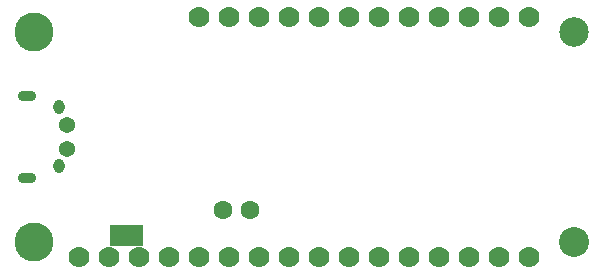
<source format=gbr>
%TF.GenerationSoftware,KiCad,Pcbnew,8.0.4-8.0.4-0~ubuntu22.04.1*%
%TF.CreationDate,2024-08-18T15:20:42-07:00*%
%TF.ProjectId,feather_M4_express,66656174-6865-4725-9f4d-345f65787072,rev?*%
%TF.SameCoordinates,Original*%
%TF.FileFunction,Soldermask,Bot*%
%TF.FilePolarity,Negative*%
%FSLAX46Y46*%
G04 Gerber Fmt 4.6, Leading zero omitted, Abs format (unit mm)*
G04 Created by KiCad (PCBNEW 8.0.4-8.0.4-0~ubuntu22.04.1) date 2024-08-18 15:20:42*
%MOMM*%
%LPD*%
G01*
G04 APERTURE LIST*
G04 Aperture macros list*
%AMRoundRect*
0 Rectangle with rounded corners*
0 $1 Rounding radius*
0 $2 $3 $4 $5 $6 $7 $8 $9 X,Y pos of 4 corners*
0 Add a 4 corners polygon primitive as box body*
4,1,4,$2,$3,$4,$5,$6,$7,$8,$9,$2,$3,0*
0 Add four circle primitives for the rounded corners*
1,1,$1+$1,$2,$3*
1,1,$1+$1,$4,$5*
1,1,$1+$1,$6,$7*
1,1,$1+$1,$8,$9*
0 Add four rect primitives between the rounded corners*
20,1,$1+$1,$2,$3,$4,$5,0*
20,1,$1+$1,$4,$5,$6,$7,0*
20,1,$1+$1,$6,$7,$8,$9,0*
20,1,$1+$1,$8,$9,$2,$3,0*%
G04 Aperture macros list end*
%ADD10C,0.000000*%
%ADD11O,1.550000X0.890000*%
%ADD12O,0.950000X1.250000*%
%ADD13C,3.301600*%
%ADD14C,1.778000*%
%ADD15C,2.500000*%
%ADD16C,2.540000*%
%ADD17RoundRect,0.800800X0.000010X0.000010X-0.000010X0.000010X-0.000010X-0.000010X0.000010X-0.000010X0*%
%ADD18RoundRect,0.685800X0.000010X0.000010X-0.000010X0.000010X-0.000010X-0.000010X0.000010X-0.000010X0*%
G04 APERTURE END LIST*
D10*
%TO.C,SJ1*%
G36*
X216065100Y-146850100D02*
G01*
X213271100Y-146850100D01*
X213271100Y-145072100D01*
X216065100Y-145072100D01*
X216065100Y-146850100D01*
G37*
%TD*%
D11*
%TO.C,X3*%
X206298800Y-134138200D03*
D12*
X208998800Y-135138200D03*
X208998800Y-140138200D03*
D11*
X206298800Y-141138200D03*
%TD*%
D13*
%TO.C,U$32*%
X206857600Y-146532600D03*
%TD*%
D14*
%TO.C,JP1*%
X248767600Y-147802600D03*
X246227600Y-147802600D03*
X243687600Y-147802600D03*
X241147600Y-147802600D03*
X238607600Y-147802600D03*
X236067600Y-147802600D03*
X233527600Y-147802600D03*
X230987600Y-147802600D03*
X228447600Y-147802600D03*
X225907600Y-147802600D03*
X223367600Y-147802600D03*
X220827600Y-147802600D03*
X218287600Y-147802600D03*
X215747600Y-147802600D03*
X213207600Y-147802600D03*
X210667600Y-147802600D03*
%TD*%
D15*
%TO.C,@HOLE1*%
X252577600Y-146532600D03*
%TD*%
D13*
%TO.C,P$2*%
X206883000Y-128778000D03*
%TD*%
D14*
%TO.C,JP3*%
X220827600Y-127482600D03*
X223367600Y-127482600D03*
X225907600Y-127482600D03*
X228447600Y-127482600D03*
X230987600Y-127482600D03*
X233527600Y-127482600D03*
X236067600Y-127482600D03*
X238607600Y-127482600D03*
X241147600Y-127482600D03*
X243687600Y-127482600D03*
X246227600Y-127482600D03*
X248767600Y-127482600D03*
%TD*%
D15*
%TO.C,@HOLE0*%
X252577600Y-128752600D03*
%TD*%
D13*
%TO.C,P$1*%
X206857600Y-146507200D03*
%TD*%
D16*
%TO.C,@HOLE1*%
X252577600Y-146532600D03*
%TD*%
D17*
%TO.C,TP2*%
X225196400Y-143789400D03*
%TD*%
D18*
%TO.C,TP4*%
X209651600Y-136626600D03*
%TD*%
D17*
%TO.C,TP1*%
X222859600Y-143865600D03*
%TD*%
D18*
%TO.C,TP3*%
X209651600Y-138658600D03*
%TD*%
M02*

</source>
